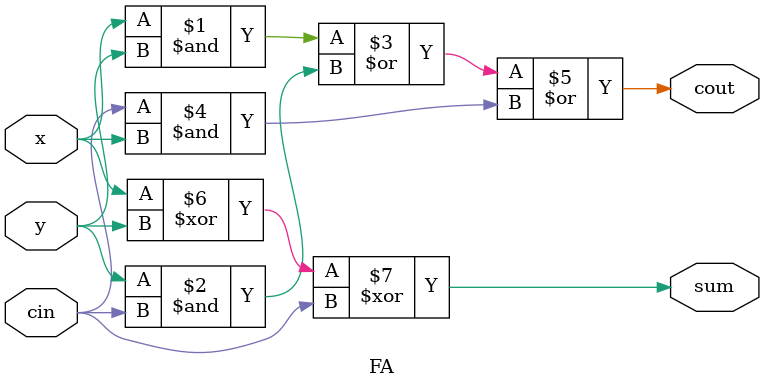
<source format=v>
module top_module (
    input [3:0] x,
    input [3:0] y, 
    output [4:0] sum);
    
    wire cin;
    wire [3:0] cout;
    
	FA FA1(
        .x(x[0]),
        .y(y[0]),
        .cin(cin),
        .cout(cout[0]),
        .sum(sum[0]));
    
    genvar i;
    generate
        for (i = 1; i < 4; i = i + 1) begin: ADD
            FA inst(
                .x(x[i]),
                .y(y[i]),
                .cin(cout[i-1]),
                .cout(cout[i]),
                .sum(sum[i]));
        end
    endgenerate
    
    assign sum[4] = cout[3];
    
endmodule

module FA( 
    input x, y, cin,
    output cout, sum );

    assign {sum, cout} = {x ^ y ^ cin, (x & y) | (y & cin) | (cin & x)};
    
endmodule

</source>
